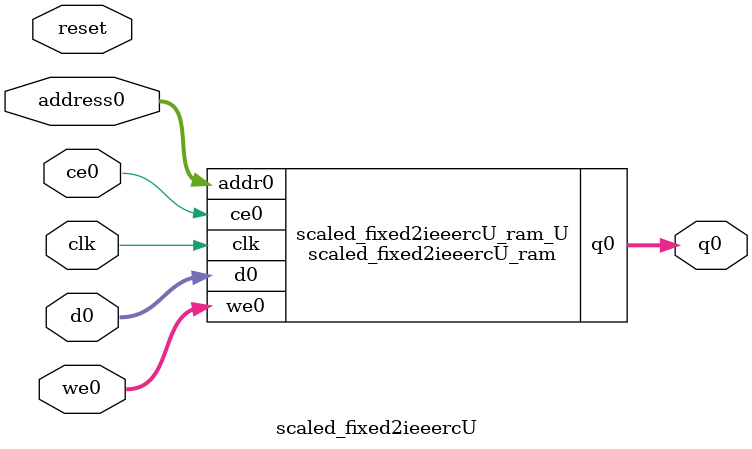
<source format=v>
`timescale 1 ns / 1 ps
module scaled_fixed2ieeercU_ram (addr0, ce0, d0, we0, q0,  clk);

parameter DWIDTH = 32;
parameter AWIDTH = 2;
parameter MEM_SIZE = 4;
parameter COL_WIDTH = 8;
parameter NUM_COL = (DWIDTH/COL_WIDTH);

input[AWIDTH-1:0] addr0;
input ce0;
input[DWIDTH-1:0] d0;
input [NUM_COL-1:0] we0;
output reg[DWIDTH-1:0] q0;
input clk;

(* ram_style = "block" *)reg [DWIDTH-1:0] ram[0:MEM_SIZE-1];



genvar i;

generate
    for (i=0;i<NUM_COL;i=i+1) begin
        always @(posedge clk) begin
            if (ce0) begin
                if (we0[i]) begin
                    ram[addr0][i*COL_WIDTH +: COL_WIDTH] <= d0[i*COL_WIDTH +: COL_WIDTH]; 
                end
                q0[i*COL_WIDTH +: COL_WIDTH] <= ram[addr0][i*COL_WIDTH +: COL_WIDTH];
            end
        end
    end
endgenerate


endmodule

`timescale 1 ns / 1 ps
module scaled_fixed2ieeercU(
    reset,
    clk,
    address0,
    ce0,
    we0,
    d0,
    q0);

parameter DataWidth = 32'd32;
parameter AddressRange = 32'd4;
parameter AddressWidth = 32'd2;
input reset;
input clk;
input[AddressWidth - 1:0] address0;
input ce0;
input[DataWidth/8 - 1:0] we0;
input[DataWidth - 1:0] d0;
output[DataWidth - 1:0] q0;



scaled_fixed2ieeercU_ram scaled_fixed2ieeercU_ram_U(
    .clk( clk ),
    .addr0( address0 ),
    .ce0( ce0 ),
    .we0( we0 ),
    .d0( d0 ),
    .q0( q0 ));

endmodule


</source>
